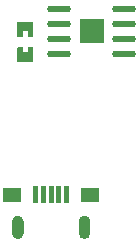
<source format=gbp>
G04 Layer: BottomPasteMaskLayer*
G04 EasyEDA Pro v2.2.25.6, 2024-08-18 10:38:01*
G04 Gerber Generator version 0.3*
G04 Scale: 100 percent, Rotated: No, Reflected: No*
G04 Dimensions in millimeters*
G04 Leading zeros omitted, absolute positions, 3 integers and 5 decimals*
%FSLAX35Y35*%
%MOMM*%
%ADD10O,2.03799X0.57399*%
%ADD11R,2.0X2.0*%
G75*


G04 PolygonModel Start*
G36*
G01X1739491Y231253D02*
G03X1639491Y231253I-50000J0D01*
G01X1639491Y131253D01*
G03X1739491Y131253I50000J0D01*
G01X1739491Y231253D01*
G37*
G36*
G01X1174496Y231253D02*
G03X1074496Y231253I-50000J0D01*
G01X1074496Y131253D01*
G03X1174496Y131253I50000J0D01*
G01X1174496Y231253D01*
G37*
G36*
G01X1811993Y516248D02*
G01X1661991Y516248D01*
G01X1661991Y396248D01*
G01X1811993Y396248D01*
G01X1811993Y516248D01*
G37*
G36*
G01X1151992Y516246D02*
G01X1001992Y516246D01*
G01X1001992Y396246D01*
G01X1151992Y396246D01*
G01X1151992Y516246D01*
G37*
G36*
G01X1557002Y533807D02*
G01X1516995Y533807D01*
G01X1516995Y383688D01*
G01X1556990Y383688D01*
G01X1556990Y392416D01*
G01X1557002Y533807D01*
G37*
G36*
G01X1492004Y533807D02*
G01X1451996Y533807D01*
G01X1451996Y383688D01*
G01X1491991Y383688D01*
G01X1491991Y392416D01*
G01X1492004Y533807D01*
G37*
G36*
G01X1427002Y533807D02*
G01X1386995Y533807D01*
G01X1386995Y383688D01*
G01X1426990Y383688D01*
G01X1426990Y392416D01*
G01X1427002Y533807D01*
G37*
G36*
G01X1362004Y533807D02*
G01X1321996Y533807D01*
G01X1321996Y383688D01*
G01X1361991Y383688D01*
G01X1361991Y392416D01*
G01X1362004Y533807D01*
G37*
G36*
G01X1297008Y533807D02*
G01X1257000Y533807D01*
G01X1257000Y383688D01*
G01X1296995Y383688D01*
G01X1296995Y392416D01*
G01X1297008Y533807D01*
G37*
G36*
G01X1251335Y1921455D02*
G01X1123337Y1921455D01*
G01X1118335Y1916454D01*
G01X1118335Y1801453D01*
G01X1123337Y1796454D01*
G01X1164340Y1795951D01*
G01X1164340Y1840953D01*
G01X1209338Y1840953D01*
G01X1209338Y1796952D01*
G01X1251335Y1796454D01*
G01X1256336Y1801453D01*
G01X1256336Y1916454D01*
G01X1251335Y1921455D01*
G37*
G36*
G01X1251335Y1706455D02*
G01X1209338Y1706452D01*
G01X1209338Y1661954D01*
G01X1164340Y1661954D01*
G01X1164340Y1705952D01*
G01X1123337Y1706455D01*
G01X1118335Y1701453D01*
G01X1118335Y1586455D01*
G01X1123337Y1581454D01*
G01X1251335Y1581454D01*
G01X1256336Y1586455D01*
G01X1256336Y1701453D01*
G01X1251335Y1706455D01*
G37*

G04 Pad Start*
G54D10*
G01X1471889Y1649500D03*
G01X1471889Y1776500D03*
G01X1471889Y1903500D03*
G01X1471889Y2030500D03*
G01X2025711Y1649500D03*
G01X2025711Y1776500D03*
G01X2025711Y1903500D03*
G01X2025711Y2030500D03*
G54D11*
G01X1748800Y1840000D03*
G04 Pad End*

M02*


</source>
